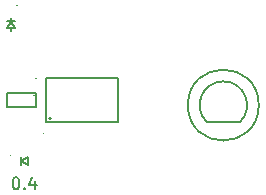
<source format=gto>
%TF.GenerationSoftware,KiCad,Pcbnew,9.0.4*%
%TF.CreationDate,2025-10-01T23:03:52+01:00*%
%TF.ProjectId,vm_rotary_button,766d5f72-6f74-4617-9279-5f627574746f,0.4*%
%TF.SameCoordinates,PX5742de0PY47868c0*%
%TF.FileFunction,Legend,Top*%
%TF.FilePolarity,Positive*%
%FSLAX45Y45*%
G04 Gerber Fmt 4.5, Leading zero omitted, Abs format (unit mm)*
G04 Created by KiCad (PCBNEW 9.0.4) date 2025-10-01 23:03:52*
%MOMM*%
%LPD*%
G01*
G04 APERTURE LIST*
%ADD10C,0.200000*%
%ADD11C,0.150000*%
%ADD12C,0.075000*%
G04 APERTURE END LIST*
D10*
X-1213985Y-656722D02*
X-1204461Y-656722D01*
X-1204461Y-656722D02*
X-1194938Y-661484D01*
X-1194938Y-661484D02*
X-1190176Y-666246D01*
X-1190176Y-666246D02*
X-1185414Y-675770D01*
X-1185414Y-675770D02*
X-1180652Y-694817D01*
X-1180652Y-694817D02*
X-1180652Y-718627D01*
X-1180652Y-718627D02*
X-1185414Y-737674D01*
X-1185414Y-737674D02*
X-1190176Y-747198D01*
X-1190176Y-747198D02*
X-1194938Y-751960D01*
X-1194938Y-751960D02*
X-1204461Y-756722D01*
X-1204461Y-756722D02*
X-1213985Y-756722D01*
X-1213985Y-756722D02*
X-1223509Y-751960D01*
X-1223509Y-751960D02*
X-1228271Y-747198D01*
X-1228271Y-747198D02*
X-1233033Y-737674D01*
X-1233033Y-737674D02*
X-1237795Y-718627D01*
X-1237795Y-718627D02*
X-1237795Y-694817D01*
X-1237795Y-694817D02*
X-1233033Y-675770D01*
X-1233033Y-675770D02*
X-1228271Y-666246D01*
X-1228271Y-666246D02*
X-1223509Y-661484D01*
X-1223509Y-661484D02*
X-1213985Y-656722D01*
X-1137795Y-747198D02*
X-1133033Y-751960D01*
X-1133033Y-751960D02*
X-1137795Y-756722D01*
X-1137795Y-756722D02*
X-1142557Y-751960D01*
X-1142557Y-751960D02*
X-1137795Y-747198D01*
X-1137795Y-747198D02*
X-1137795Y-756722D01*
X-1047318Y-690055D02*
X-1047318Y-756722D01*
X-1071128Y-651960D02*
X-1094938Y-723388D01*
X-1094938Y-723388D02*
X-1033033Y-723388D01*
%TO.C,U2*%
D11*
X-1037500Y-57500D02*
X-1282500Y-57500D01*
X-1282500Y57500D01*
X-1037500Y57500D01*
X-1037500Y-57500D01*
D12*
X-1053750Y37500D02*
G75*
G02*
X-1061250Y37500I-3750J0D01*
G01*
X-1061250Y37500D02*
G75*
G02*
X-1053750Y37500I3750J0D01*
G01*
X-1033750Y182500D02*
G75*
G02*
X-1041250Y182500I-3750J0D01*
G01*
X-1041250Y182500D02*
G75*
G02*
X-1033750Y182500I3750J0D01*
G01*
D11*
%TO.C,D1*%
X-1170000Y-552500D02*
X-1170000Y-487500D01*
X-1165000Y-520000D02*
X-1110000Y-487500D01*
X-1165000Y-520000D02*
X-1110000Y-552500D01*
X-1110000Y-552500D02*
X-1110000Y-487500D01*
D12*
X-1253750Y-467500D02*
G75*
G02*
X-1261250Y-467500I-3750J0D01*
G01*
X-1261250Y-467500D02*
G75*
G02*
X-1253750Y-467500I3750J0D01*
G01*
%TO.C,U1*%
D11*
X-950500Y187500D02*
X-345500Y187500D01*
X-345500Y-187500D01*
X-950500Y-187500D01*
X-950500Y187500D01*
D12*
X-969250Y-287500D02*
G75*
G02*
X-976750Y-287500I-3750J0D01*
G01*
X-976750Y-287500D02*
G75*
G02*
X-969250Y-287500I3750J0D01*
G01*
D11*
X-913000Y-157500D02*
G75*
G02*
X-928000Y-157500I-7500J0D01*
G01*
X-928000Y-157500D02*
G75*
G02*
X-913000Y-157500I7500J0D01*
G01*
%TO.C,SW2*%
X689171Y-187071D02*
X405459Y-187500D01*
X405029Y-187071D02*
G75*
G02*
X689171Y-187071I142071J142071D01*
G01*
X847100Y-45000D02*
G75*
G02*
X247100Y-45000I-300000J0D01*
G01*
X247100Y-45000D02*
G75*
G02*
X847100Y-45000I300000J0D01*
G01*
%TO.C,D2*%
X-1282500Y667500D02*
X-1217500Y667500D01*
X-1282500Y607500D02*
X-1217500Y607500D01*
X-1250000Y695000D02*
X-1250000Y665000D01*
X-1250000Y662500D02*
X-1282500Y607500D01*
X-1250000Y662500D02*
X-1217500Y607500D01*
X-1250000Y607500D02*
X-1250000Y585000D01*
D12*
X-1196250Y800000D02*
G75*
G02*
X-1203750Y800000I-3750J0D01*
G01*
X-1203750Y800000D02*
G75*
G02*
X-1196250Y800000I3750J0D01*
G01*
%TD*%
M02*

</source>
